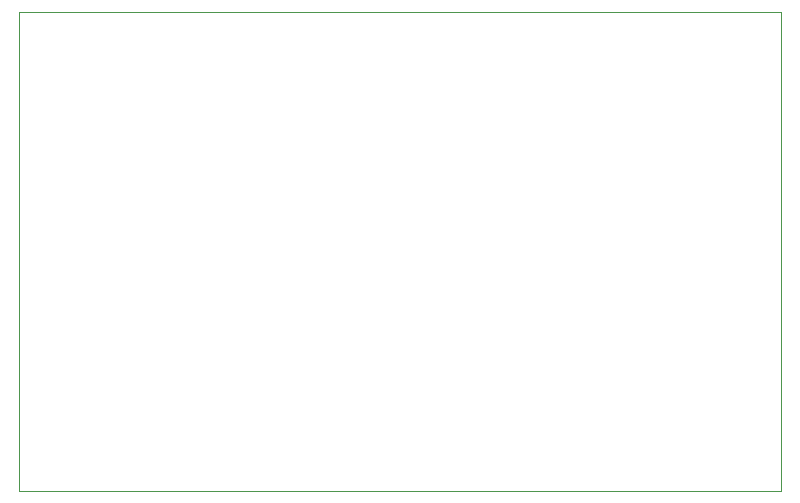
<source format=gbr>
%TF.GenerationSoftware,KiCad,Pcbnew,8.0.8*%
%TF.CreationDate,2025-02-15T15:34:16+01:00*%
%TF.ProjectId,Hacpad,48616370-6164-42e6-9b69-6361645f7063,rev?*%
%TF.SameCoordinates,Original*%
%TF.FileFunction,Profile,NP*%
%FSLAX46Y46*%
G04 Gerber Fmt 4.6, Leading zero omitted, Abs format (unit mm)*
G04 Created by KiCad (PCBNEW 8.0.8) date 2025-02-15 15:34:16*
%MOMM*%
%LPD*%
G01*
G04 APERTURE LIST*
%TA.AperFunction,Profile*%
%ADD10C,0.050000*%
%TD*%
G04 APERTURE END LIST*
D10*
X49000000Y-49000000D02*
X113500000Y-49000000D01*
X113500000Y-89500000D01*
X49000000Y-89500000D01*
X49000000Y-49000000D01*
M02*

</source>
